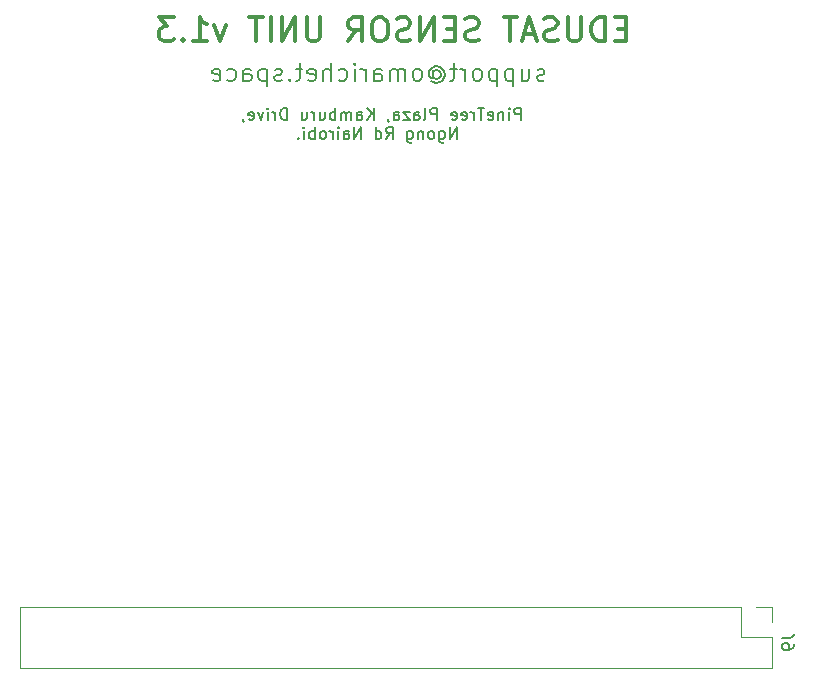
<source format=gbr>
%TF.GenerationSoftware,KiCad,Pcbnew,(6.0.7)*%
%TF.CreationDate,2023-02-02T11:58:54+03:00*%
%TF.ProjectId,Omarichet Sensor Shield 1.3,4f6d6172-6963-4686-9574-2053656e736f,rev?*%
%TF.SameCoordinates,Original*%
%TF.FileFunction,Legend,Bot*%
%TF.FilePolarity,Positive*%
%FSLAX46Y46*%
G04 Gerber Fmt 4.6, Leading zero omitted, Abs format (unit mm)*
G04 Created by KiCad (PCBNEW (6.0.7)) date 2023-02-02 11:58:54*
%MOMM*%
%LPD*%
G01*
G04 APERTURE LIST*
%ADD10C,0.300000*%
%ADD11C,0.150000*%
%ADD12C,0.120000*%
G04 APERTURE END LIST*
D10*
X148614285Y-79337142D02*
X147947619Y-79337142D01*
X147661904Y-80384761D02*
X148614285Y-80384761D01*
X148614285Y-78384761D01*
X147661904Y-78384761D01*
X146804761Y-80384761D02*
X146804761Y-78384761D01*
X146328571Y-78384761D01*
X146042857Y-78480000D01*
X145852380Y-78670476D01*
X145757142Y-78860952D01*
X145661904Y-79241904D01*
X145661904Y-79527619D01*
X145757142Y-79908571D01*
X145852380Y-80099047D01*
X146042857Y-80289523D01*
X146328571Y-80384761D01*
X146804761Y-80384761D01*
X144804761Y-78384761D02*
X144804761Y-80003809D01*
X144709523Y-80194285D01*
X144614285Y-80289523D01*
X144423809Y-80384761D01*
X144042857Y-80384761D01*
X143852380Y-80289523D01*
X143757142Y-80194285D01*
X143661904Y-80003809D01*
X143661904Y-78384761D01*
X142804761Y-80289523D02*
X142519047Y-80384761D01*
X142042857Y-80384761D01*
X141852380Y-80289523D01*
X141757142Y-80194285D01*
X141661904Y-80003809D01*
X141661904Y-79813333D01*
X141757142Y-79622857D01*
X141852380Y-79527619D01*
X142042857Y-79432380D01*
X142423809Y-79337142D01*
X142614285Y-79241904D01*
X142709523Y-79146666D01*
X142804761Y-78956190D01*
X142804761Y-78765714D01*
X142709523Y-78575238D01*
X142614285Y-78480000D01*
X142423809Y-78384761D01*
X141947619Y-78384761D01*
X141661904Y-78480000D01*
X140900000Y-79813333D02*
X139947619Y-79813333D01*
X141090476Y-80384761D02*
X140423809Y-78384761D01*
X139757142Y-80384761D01*
X139376190Y-78384761D02*
X138233333Y-78384761D01*
X138804761Y-80384761D02*
X138804761Y-78384761D01*
X136138095Y-80289523D02*
X135852380Y-80384761D01*
X135376190Y-80384761D01*
X135185714Y-80289523D01*
X135090476Y-80194285D01*
X134995238Y-80003809D01*
X134995238Y-79813333D01*
X135090476Y-79622857D01*
X135185714Y-79527619D01*
X135376190Y-79432380D01*
X135757142Y-79337142D01*
X135947619Y-79241904D01*
X136042857Y-79146666D01*
X136138095Y-78956190D01*
X136138095Y-78765714D01*
X136042857Y-78575238D01*
X135947619Y-78480000D01*
X135757142Y-78384761D01*
X135280952Y-78384761D01*
X134995238Y-78480000D01*
X134138095Y-79337142D02*
X133471428Y-79337142D01*
X133185714Y-80384761D02*
X134138095Y-80384761D01*
X134138095Y-78384761D01*
X133185714Y-78384761D01*
X132328571Y-80384761D02*
X132328571Y-78384761D01*
X131185714Y-80384761D01*
X131185714Y-78384761D01*
X130328571Y-80289523D02*
X130042857Y-80384761D01*
X129566666Y-80384761D01*
X129376190Y-80289523D01*
X129280952Y-80194285D01*
X129185714Y-80003809D01*
X129185714Y-79813333D01*
X129280952Y-79622857D01*
X129376190Y-79527619D01*
X129566666Y-79432380D01*
X129947619Y-79337142D01*
X130138095Y-79241904D01*
X130233333Y-79146666D01*
X130328571Y-78956190D01*
X130328571Y-78765714D01*
X130233333Y-78575238D01*
X130138095Y-78480000D01*
X129947619Y-78384761D01*
X129471428Y-78384761D01*
X129185714Y-78480000D01*
X127947619Y-78384761D02*
X127566666Y-78384761D01*
X127376190Y-78480000D01*
X127185714Y-78670476D01*
X127090476Y-79051428D01*
X127090476Y-79718095D01*
X127185714Y-80099047D01*
X127376190Y-80289523D01*
X127566666Y-80384761D01*
X127947619Y-80384761D01*
X128138095Y-80289523D01*
X128328571Y-80099047D01*
X128423809Y-79718095D01*
X128423809Y-79051428D01*
X128328571Y-78670476D01*
X128138095Y-78480000D01*
X127947619Y-78384761D01*
X125090476Y-80384761D02*
X125757142Y-79432380D01*
X126233333Y-80384761D02*
X126233333Y-78384761D01*
X125471428Y-78384761D01*
X125280952Y-78480000D01*
X125185714Y-78575238D01*
X125090476Y-78765714D01*
X125090476Y-79051428D01*
X125185714Y-79241904D01*
X125280952Y-79337142D01*
X125471428Y-79432380D01*
X126233333Y-79432380D01*
X122709523Y-78384761D02*
X122709523Y-80003809D01*
X122614285Y-80194285D01*
X122519047Y-80289523D01*
X122328571Y-80384761D01*
X121947619Y-80384761D01*
X121757142Y-80289523D01*
X121661904Y-80194285D01*
X121566666Y-80003809D01*
X121566666Y-78384761D01*
X120614285Y-80384761D02*
X120614285Y-78384761D01*
X119471428Y-80384761D01*
X119471428Y-78384761D01*
X118519047Y-80384761D02*
X118519047Y-78384761D01*
X117852380Y-78384761D02*
X116709523Y-78384761D01*
X117280952Y-80384761D02*
X117280952Y-78384761D01*
X114709523Y-79051428D02*
X114233333Y-80384761D01*
X113757142Y-79051428D01*
X111947619Y-80384761D02*
X113090476Y-80384761D01*
X112519047Y-80384761D02*
X112519047Y-78384761D01*
X112709523Y-78670476D01*
X112900000Y-78860952D01*
X113090476Y-78956190D01*
X111090476Y-80194285D02*
X110995238Y-80289523D01*
X111090476Y-80384761D01*
X111185714Y-80289523D01*
X111090476Y-80194285D01*
X111090476Y-80384761D01*
X110328571Y-78384761D02*
X109090476Y-78384761D01*
X109757142Y-79146666D01*
X109471428Y-79146666D01*
X109280952Y-79241904D01*
X109185714Y-79337142D01*
X109090476Y-79527619D01*
X109090476Y-80003809D01*
X109185714Y-80194285D01*
X109280952Y-80289523D01*
X109471428Y-80384761D01*
X110042857Y-80384761D01*
X110233333Y-80289523D01*
X110328571Y-80194285D01*
D11*
X139702857Y-87057380D02*
X139702857Y-86057380D01*
X139321904Y-86057380D01*
X139226666Y-86105000D01*
X139179047Y-86152619D01*
X139131428Y-86247857D01*
X139131428Y-86390714D01*
X139179047Y-86485952D01*
X139226666Y-86533571D01*
X139321904Y-86581190D01*
X139702857Y-86581190D01*
X138702857Y-87057380D02*
X138702857Y-86390714D01*
X138702857Y-86057380D02*
X138750476Y-86105000D01*
X138702857Y-86152619D01*
X138655238Y-86105000D01*
X138702857Y-86057380D01*
X138702857Y-86152619D01*
X138226666Y-86390714D02*
X138226666Y-87057380D01*
X138226666Y-86485952D02*
X138179047Y-86438333D01*
X138083809Y-86390714D01*
X137940952Y-86390714D01*
X137845714Y-86438333D01*
X137798095Y-86533571D01*
X137798095Y-87057380D01*
X136940952Y-87009761D02*
X137036190Y-87057380D01*
X137226666Y-87057380D01*
X137321904Y-87009761D01*
X137369523Y-86914523D01*
X137369523Y-86533571D01*
X137321904Y-86438333D01*
X137226666Y-86390714D01*
X137036190Y-86390714D01*
X136940952Y-86438333D01*
X136893333Y-86533571D01*
X136893333Y-86628809D01*
X137369523Y-86724047D01*
X136607619Y-86057380D02*
X136036190Y-86057380D01*
X136321904Y-87057380D02*
X136321904Y-86057380D01*
X135702857Y-87057380D02*
X135702857Y-86390714D01*
X135702857Y-86581190D02*
X135655238Y-86485952D01*
X135607619Y-86438333D01*
X135512380Y-86390714D01*
X135417142Y-86390714D01*
X134702857Y-87009761D02*
X134798095Y-87057380D01*
X134988571Y-87057380D01*
X135083809Y-87009761D01*
X135131428Y-86914523D01*
X135131428Y-86533571D01*
X135083809Y-86438333D01*
X134988571Y-86390714D01*
X134798095Y-86390714D01*
X134702857Y-86438333D01*
X134655238Y-86533571D01*
X134655238Y-86628809D01*
X135131428Y-86724047D01*
X133845714Y-87009761D02*
X133940952Y-87057380D01*
X134131428Y-87057380D01*
X134226666Y-87009761D01*
X134274285Y-86914523D01*
X134274285Y-86533571D01*
X134226666Y-86438333D01*
X134131428Y-86390714D01*
X133940952Y-86390714D01*
X133845714Y-86438333D01*
X133798095Y-86533571D01*
X133798095Y-86628809D01*
X134274285Y-86724047D01*
X132607619Y-87057380D02*
X132607619Y-86057380D01*
X132226666Y-86057380D01*
X132131428Y-86105000D01*
X132083809Y-86152619D01*
X132036190Y-86247857D01*
X132036190Y-86390714D01*
X132083809Y-86485952D01*
X132131428Y-86533571D01*
X132226666Y-86581190D01*
X132607619Y-86581190D01*
X131464761Y-87057380D02*
X131559999Y-87009761D01*
X131607619Y-86914523D01*
X131607619Y-86057380D01*
X130655238Y-87057380D02*
X130655238Y-86533571D01*
X130702857Y-86438333D01*
X130798095Y-86390714D01*
X130988571Y-86390714D01*
X131083809Y-86438333D01*
X130655238Y-87009761D02*
X130750476Y-87057380D01*
X130988571Y-87057380D01*
X131083809Y-87009761D01*
X131131428Y-86914523D01*
X131131428Y-86819285D01*
X131083809Y-86724047D01*
X130988571Y-86676428D01*
X130750476Y-86676428D01*
X130655238Y-86628809D01*
X130274285Y-86390714D02*
X129750476Y-86390714D01*
X130274285Y-87057380D01*
X129750476Y-87057380D01*
X128940952Y-87057380D02*
X128940952Y-86533571D01*
X128988571Y-86438333D01*
X129083809Y-86390714D01*
X129274285Y-86390714D01*
X129369523Y-86438333D01*
X128940952Y-87009761D02*
X129036190Y-87057380D01*
X129274285Y-87057380D01*
X129369523Y-87009761D01*
X129417142Y-86914523D01*
X129417142Y-86819285D01*
X129369523Y-86724047D01*
X129274285Y-86676428D01*
X129036190Y-86676428D01*
X128940952Y-86628809D01*
X128417142Y-87009761D02*
X128417142Y-87057380D01*
X128464761Y-87152619D01*
X128512380Y-87200238D01*
X127226666Y-87057380D02*
X127226666Y-86057380D01*
X126655238Y-87057380D02*
X127083809Y-86485952D01*
X126655238Y-86057380D02*
X127226666Y-86628809D01*
X125798095Y-87057380D02*
X125798095Y-86533571D01*
X125845714Y-86438333D01*
X125940952Y-86390714D01*
X126131428Y-86390714D01*
X126226666Y-86438333D01*
X125798095Y-87009761D02*
X125893333Y-87057380D01*
X126131428Y-87057380D01*
X126226666Y-87009761D01*
X126274285Y-86914523D01*
X126274285Y-86819285D01*
X126226666Y-86724047D01*
X126131428Y-86676428D01*
X125893333Y-86676428D01*
X125798095Y-86628809D01*
X125321904Y-87057380D02*
X125321904Y-86390714D01*
X125321904Y-86485952D02*
X125274285Y-86438333D01*
X125179047Y-86390714D01*
X125036190Y-86390714D01*
X124940952Y-86438333D01*
X124893333Y-86533571D01*
X124893333Y-87057380D01*
X124893333Y-86533571D02*
X124845714Y-86438333D01*
X124750476Y-86390714D01*
X124607619Y-86390714D01*
X124512380Y-86438333D01*
X124464761Y-86533571D01*
X124464761Y-87057380D01*
X123988571Y-87057380D02*
X123988571Y-86057380D01*
X123988571Y-86438333D02*
X123893333Y-86390714D01*
X123702857Y-86390714D01*
X123607619Y-86438333D01*
X123559999Y-86485952D01*
X123512380Y-86581190D01*
X123512380Y-86866904D01*
X123559999Y-86962142D01*
X123607619Y-87009761D01*
X123702857Y-87057380D01*
X123893333Y-87057380D01*
X123988571Y-87009761D01*
X122655238Y-86390714D02*
X122655238Y-87057380D01*
X123083809Y-86390714D02*
X123083809Y-86914523D01*
X123036190Y-87009761D01*
X122940952Y-87057380D01*
X122798095Y-87057380D01*
X122702857Y-87009761D01*
X122655238Y-86962142D01*
X122179047Y-87057380D02*
X122179047Y-86390714D01*
X122179047Y-86581190D02*
X122131428Y-86485952D01*
X122083809Y-86438333D01*
X121988571Y-86390714D01*
X121893333Y-86390714D01*
X121131428Y-86390714D02*
X121131428Y-87057380D01*
X121559999Y-86390714D02*
X121559999Y-86914523D01*
X121512380Y-87009761D01*
X121417142Y-87057380D01*
X121274285Y-87057380D01*
X121179047Y-87009761D01*
X121131428Y-86962142D01*
X119893333Y-87057380D02*
X119893333Y-86057380D01*
X119655238Y-86057380D01*
X119512380Y-86105000D01*
X119417142Y-86200238D01*
X119369523Y-86295476D01*
X119321904Y-86485952D01*
X119321904Y-86628809D01*
X119369523Y-86819285D01*
X119417142Y-86914523D01*
X119512380Y-87009761D01*
X119655238Y-87057380D01*
X119893333Y-87057380D01*
X118893333Y-87057380D02*
X118893333Y-86390714D01*
X118893333Y-86581190D02*
X118845714Y-86485952D01*
X118798095Y-86438333D01*
X118702857Y-86390714D01*
X118607619Y-86390714D01*
X118274285Y-87057380D02*
X118274285Y-86390714D01*
X118274285Y-86057380D02*
X118321904Y-86105000D01*
X118274285Y-86152619D01*
X118226666Y-86105000D01*
X118274285Y-86057380D01*
X118274285Y-86152619D01*
X117893333Y-86390714D02*
X117655238Y-87057380D01*
X117417142Y-86390714D01*
X116655238Y-87009761D02*
X116750476Y-87057380D01*
X116940952Y-87057380D01*
X117036190Y-87009761D01*
X117083809Y-86914523D01*
X117083809Y-86533571D01*
X117036190Y-86438333D01*
X116940952Y-86390714D01*
X116750476Y-86390714D01*
X116655238Y-86438333D01*
X116607619Y-86533571D01*
X116607619Y-86628809D01*
X117083809Y-86724047D01*
X116131428Y-87009761D02*
X116131428Y-87057380D01*
X116179047Y-87152619D01*
X116226666Y-87200238D01*
X134274285Y-88667380D02*
X134274285Y-87667380D01*
X133702857Y-88667380D01*
X133702857Y-87667380D01*
X132798095Y-88000714D02*
X132798095Y-88810238D01*
X132845714Y-88905476D01*
X132893333Y-88953095D01*
X132988571Y-89000714D01*
X133131428Y-89000714D01*
X133226666Y-88953095D01*
X132798095Y-88619761D02*
X132893333Y-88667380D01*
X133083809Y-88667380D01*
X133179047Y-88619761D01*
X133226666Y-88572142D01*
X133274285Y-88476904D01*
X133274285Y-88191190D01*
X133226666Y-88095952D01*
X133179047Y-88048333D01*
X133083809Y-88000714D01*
X132893333Y-88000714D01*
X132798095Y-88048333D01*
X132179047Y-88667380D02*
X132274285Y-88619761D01*
X132321904Y-88572142D01*
X132369523Y-88476904D01*
X132369523Y-88191190D01*
X132321904Y-88095952D01*
X132274285Y-88048333D01*
X132179047Y-88000714D01*
X132036190Y-88000714D01*
X131940952Y-88048333D01*
X131893333Y-88095952D01*
X131845714Y-88191190D01*
X131845714Y-88476904D01*
X131893333Y-88572142D01*
X131940952Y-88619761D01*
X132036190Y-88667380D01*
X132179047Y-88667380D01*
X131417142Y-88000714D02*
X131417142Y-88667380D01*
X131417142Y-88095952D02*
X131369523Y-88048333D01*
X131274285Y-88000714D01*
X131131428Y-88000714D01*
X131036190Y-88048333D01*
X130988571Y-88143571D01*
X130988571Y-88667380D01*
X130083809Y-88000714D02*
X130083809Y-88810238D01*
X130131428Y-88905476D01*
X130179047Y-88953095D01*
X130274285Y-89000714D01*
X130417142Y-89000714D01*
X130512380Y-88953095D01*
X130083809Y-88619761D02*
X130179047Y-88667380D01*
X130369523Y-88667380D01*
X130464761Y-88619761D01*
X130512380Y-88572142D01*
X130560000Y-88476904D01*
X130560000Y-88191190D01*
X130512380Y-88095952D01*
X130464761Y-88048333D01*
X130369523Y-88000714D01*
X130179047Y-88000714D01*
X130083809Y-88048333D01*
X128274285Y-88667380D02*
X128607619Y-88191190D01*
X128845714Y-88667380D02*
X128845714Y-87667380D01*
X128464761Y-87667380D01*
X128369523Y-87715000D01*
X128321904Y-87762619D01*
X128274285Y-87857857D01*
X128274285Y-88000714D01*
X128321904Y-88095952D01*
X128369523Y-88143571D01*
X128464761Y-88191190D01*
X128845714Y-88191190D01*
X127417142Y-88667380D02*
X127417142Y-87667380D01*
X127417142Y-88619761D02*
X127512380Y-88667380D01*
X127702857Y-88667380D01*
X127798095Y-88619761D01*
X127845714Y-88572142D01*
X127893333Y-88476904D01*
X127893333Y-88191190D01*
X127845714Y-88095952D01*
X127798095Y-88048333D01*
X127702857Y-88000714D01*
X127512380Y-88000714D01*
X127417142Y-88048333D01*
X126179047Y-88667380D02*
X126179047Y-87667380D01*
X125607619Y-88667380D01*
X125607619Y-87667380D01*
X124702857Y-88667380D02*
X124702857Y-88143571D01*
X124750476Y-88048333D01*
X124845714Y-88000714D01*
X125036190Y-88000714D01*
X125131428Y-88048333D01*
X124702857Y-88619761D02*
X124798095Y-88667380D01*
X125036190Y-88667380D01*
X125131428Y-88619761D01*
X125179047Y-88524523D01*
X125179047Y-88429285D01*
X125131428Y-88334047D01*
X125036190Y-88286428D01*
X124798095Y-88286428D01*
X124702857Y-88238809D01*
X124226666Y-88667380D02*
X124226666Y-88000714D01*
X124226666Y-87667380D02*
X124274285Y-87715000D01*
X124226666Y-87762619D01*
X124179047Y-87715000D01*
X124226666Y-87667380D01*
X124226666Y-87762619D01*
X123750476Y-88667380D02*
X123750476Y-88000714D01*
X123750476Y-88191190D02*
X123702857Y-88095952D01*
X123655238Y-88048333D01*
X123560000Y-88000714D01*
X123464761Y-88000714D01*
X122988571Y-88667380D02*
X123083809Y-88619761D01*
X123131428Y-88572142D01*
X123179047Y-88476904D01*
X123179047Y-88191190D01*
X123131428Y-88095952D01*
X123083809Y-88048333D01*
X122988571Y-88000714D01*
X122845714Y-88000714D01*
X122750476Y-88048333D01*
X122702857Y-88095952D01*
X122655238Y-88191190D01*
X122655238Y-88476904D01*
X122702857Y-88572142D01*
X122750476Y-88619761D01*
X122845714Y-88667380D01*
X122988571Y-88667380D01*
X122226666Y-88667380D02*
X122226666Y-87667380D01*
X122226666Y-88048333D02*
X122131428Y-88000714D01*
X121940952Y-88000714D01*
X121845714Y-88048333D01*
X121798095Y-88095952D01*
X121750476Y-88191190D01*
X121750476Y-88476904D01*
X121798095Y-88572142D01*
X121845714Y-88619761D01*
X121940952Y-88667380D01*
X122131428Y-88667380D01*
X122226666Y-88619761D01*
X121321904Y-88667380D02*
X121321904Y-88000714D01*
X121321904Y-87667380D02*
X121369523Y-87715000D01*
X121321904Y-87762619D01*
X121274285Y-87715000D01*
X121321904Y-87667380D01*
X121321904Y-87762619D01*
X120845714Y-88572142D02*
X120798095Y-88619761D01*
X120845714Y-88667380D01*
X120893333Y-88619761D01*
X120845714Y-88572142D01*
X120845714Y-88667380D01*
X141691428Y-83657142D02*
X141548571Y-83728571D01*
X141262857Y-83728571D01*
X141120000Y-83657142D01*
X141048571Y-83514285D01*
X141048571Y-83442857D01*
X141120000Y-83300000D01*
X141262857Y-83228571D01*
X141477142Y-83228571D01*
X141620000Y-83157142D01*
X141691428Y-83014285D01*
X141691428Y-82942857D01*
X141620000Y-82800000D01*
X141477142Y-82728571D01*
X141262857Y-82728571D01*
X141120000Y-82800000D01*
X139762857Y-82728571D02*
X139762857Y-83728571D01*
X140405714Y-82728571D02*
X140405714Y-83514285D01*
X140334285Y-83657142D01*
X140191428Y-83728571D01*
X139977142Y-83728571D01*
X139834285Y-83657142D01*
X139762857Y-83585714D01*
X139048571Y-82728571D02*
X139048571Y-84228571D01*
X139048571Y-82800000D02*
X138905714Y-82728571D01*
X138620000Y-82728571D01*
X138477142Y-82800000D01*
X138405714Y-82871428D01*
X138334285Y-83014285D01*
X138334285Y-83442857D01*
X138405714Y-83585714D01*
X138477142Y-83657142D01*
X138620000Y-83728571D01*
X138905714Y-83728571D01*
X139048571Y-83657142D01*
X137691428Y-82728571D02*
X137691428Y-84228571D01*
X137691428Y-82800000D02*
X137548571Y-82728571D01*
X137262857Y-82728571D01*
X137120000Y-82800000D01*
X137048571Y-82871428D01*
X136977142Y-83014285D01*
X136977142Y-83442857D01*
X137048571Y-83585714D01*
X137120000Y-83657142D01*
X137262857Y-83728571D01*
X137548571Y-83728571D01*
X137691428Y-83657142D01*
X136120000Y-83728571D02*
X136262857Y-83657142D01*
X136334285Y-83585714D01*
X136405714Y-83442857D01*
X136405714Y-83014285D01*
X136334285Y-82871428D01*
X136262857Y-82800000D01*
X136120000Y-82728571D01*
X135905714Y-82728571D01*
X135762857Y-82800000D01*
X135691428Y-82871428D01*
X135620000Y-83014285D01*
X135620000Y-83442857D01*
X135691428Y-83585714D01*
X135762857Y-83657142D01*
X135905714Y-83728571D01*
X136120000Y-83728571D01*
X134977142Y-83728571D02*
X134977142Y-82728571D01*
X134977142Y-83014285D02*
X134905714Y-82871428D01*
X134834285Y-82800000D01*
X134691428Y-82728571D01*
X134548571Y-82728571D01*
X134262857Y-82728571D02*
X133691428Y-82728571D01*
X134048571Y-82228571D02*
X134048571Y-83514285D01*
X133977142Y-83657142D01*
X133834285Y-83728571D01*
X133691428Y-83728571D01*
X132262857Y-83014285D02*
X132334285Y-82942857D01*
X132477142Y-82871428D01*
X132620000Y-82871428D01*
X132762857Y-82942857D01*
X132834285Y-83014285D01*
X132905714Y-83157142D01*
X132905714Y-83300000D01*
X132834285Y-83442857D01*
X132762857Y-83514285D01*
X132620000Y-83585714D01*
X132477142Y-83585714D01*
X132334285Y-83514285D01*
X132262857Y-83442857D01*
X132262857Y-82871428D02*
X132262857Y-83442857D01*
X132191428Y-83514285D01*
X132120000Y-83514285D01*
X131977142Y-83442857D01*
X131905714Y-83300000D01*
X131905714Y-82942857D01*
X132048571Y-82728571D01*
X132262857Y-82585714D01*
X132548571Y-82514285D01*
X132834285Y-82585714D01*
X133048571Y-82728571D01*
X133191428Y-82942857D01*
X133262857Y-83228571D01*
X133191428Y-83514285D01*
X133048571Y-83728571D01*
X132834285Y-83871428D01*
X132548571Y-83942857D01*
X132262857Y-83871428D01*
X132048571Y-83728571D01*
X131048571Y-83728571D02*
X131191428Y-83657142D01*
X131262857Y-83585714D01*
X131334285Y-83442857D01*
X131334285Y-83014285D01*
X131262857Y-82871428D01*
X131191428Y-82800000D01*
X131048571Y-82728571D01*
X130834285Y-82728571D01*
X130691428Y-82800000D01*
X130620000Y-82871428D01*
X130548571Y-83014285D01*
X130548571Y-83442857D01*
X130620000Y-83585714D01*
X130691428Y-83657142D01*
X130834285Y-83728571D01*
X131048571Y-83728571D01*
X129905714Y-83728571D02*
X129905714Y-82728571D01*
X129905714Y-82871428D02*
X129834285Y-82800000D01*
X129691428Y-82728571D01*
X129477142Y-82728571D01*
X129334285Y-82800000D01*
X129262857Y-82942857D01*
X129262857Y-83728571D01*
X129262857Y-82942857D02*
X129191428Y-82800000D01*
X129048571Y-82728571D01*
X128834285Y-82728571D01*
X128691428Y-82800000D01*
X128620000Y-82942857D01*
X128620000Y-83728571D01*
X127262857Y-83728571D02*
X127262857Y-82942857D01*
X127334285Y-82800000D01*
X127477142Y-82728571D01*
X127762857Y-82728571D01*
X127905714Y-82800000D01*
X127262857Y-83657142D02*
X127405714Y-83728571D01*
X127762857Y-83728571D01*
X127905714Y-83657142D01*
X127977142Y-83514285D01*
X127977142Y-83371428D01*
X127905714Y-83228571D01*
X127762857Y-83157142D01*
X127405714Y-83157142D01*
X127262857Y-83085714D01*
X126548571Y-83728571D02*
X126548571Y-82728571D01*
X126548571Y-83014285D02*
X126477142Y-82871428D01*
X126405714Y-82800000D01*
X126262857Y-82728571D01*
X126120000Y-82728571D01*
X125620000Y-83728571D02*
X125620000Y-82728571D01*
X125620000Y-82228571D02*
X125691428Y-82300000D01*
X125620000Y-82371428D01*
X125548571Y-82300000D01*
X125620000Y-82228571D01*
X125620000Y-82371428D01*
X124262857Y-83657142D02*
X124405714Y-83728571D01*
X124691428Y-83728571D01*
X124834285Y-83657142D01*
X124905714Y-83585714D01*
X124977142Y-83442857D01*
X124977142Y-83014285D01*
X124905714Y-82871428D01*
X124834285Y-82800000D01*
X124691428Y-82728571D01*
X124405714Y-82728571D01*
X124262857Y-82800000D01*
X123620000Y-83728571D02*
X123620000Y-82228571D01*
X122977142Y-83728571D02*
X122977142Y-82942857D01*
X123048571Y-82800000D01*
X123191428Y-82728571D01*
X123405714Y-82728571D01*
X123548571Y-82800000D01*
X123620000Y-82871428D01*
X121691428Y-83657142D02*
X121834285Y-83728571D01*
X122120000Y-83728571D01*
X122262857Y-83657142D01*
X122334285Y-83514285D01*
X122334285Y-82942857D01*
X122262857Y-82800000D01*
X122120000Y-82728571D01*
X121834285Y-82728571D01*
X121691428Y-82800000D01*
X121620000Y-82942857D01*
X121620000Y-83085714D01*
X122334285Y-83228571D01*
X121191428Y-82728571D02*
X120620000Y-82728571D01*
X120977142Y-82228571D02*
X120977142Y-83514285D01*
X120905714Y-83657142D01*
X120762857Y-83728571D01*
X120620000Y-83728571D01*
X120120000Y-83585714D02*
X120048571Y-83657142D01*
X120120000Y-83728571D01*
X120191428Y-83657142D01*
X120120000Y-83585714D01*
X120120000Y-83728571D01*
X119477142Y-83657142D02*
X119334285Y-83728571D01*
X119048571Y-83728571D01*
X118905714Y-83657142D01*
X118834285Y-83514285D01*
X118834285Y-83442857D01*
X118905714Y-83300000D01*
X119048571Y-83228571D01*
X119262857Y-83228571D01*
X119405714Y-83157142D01*
X119477142Y-83014285D01*
X119477142Y-82942857D01*
X119405714Y-82800000D01*
X119262857Y-82728571D01*
X119048571Y-82728571D01*
X118905714Y-82800000D01*
X118191428Y-82728571D02*
X118191428Y-84228571D01*
X118191428Y-82800000D02*
X118048571Y-82728571D01*
X117762857Y-82728571D01*
X117620000Y-82800000D01*
X117548571Y-82871428D01*
X117477142Y-83014285D01*
X117477142Y-83442857D01*
X117548571Y-83585714D01*
X117620000Y-83657142D01*
X117762857Y-83728571D01*
X118048571Y-83728571D01*
X118191428Y-83657142D01*
X116191428Y-83728571D02*
X116191428Y-82942857D01*
X116262857Y-82800000D01*
X116405714Y-82728571D01*
X116691428Y-82728571D01*
X116834285Y-82800000D01*
X116191428Y-83657142D02*
X116334285Y-83728571D01*
X116691428Y-83728571D01*
X116834285Y-83657142D01*
X116905714Y-83514285D01*
X116905714Y-83371428D01*
X116834285Y-83228571D01*
X116691428Y-83157142D01*
X116334285Y-83157142D01*
X116191428Y-83085714D01*
X114834285Y-83657142D02*
X114977142Y-83728571D01*
X115262857Y-83728571D01*
X115405714Y-83657142D01*
X115477142Y-83585714D01*
X115548571Y-83442857D01*
X115548571Y-83014285D01*
X115477142Y-82871428D01*
X115405714Y-82800000D01*
X115262857Y-82728571D01*
X114977142Y-82728571D01*
X114834285Y-82800000D01*
X113619999Y-83657142D02*
X113762857Y-83728571D01*
X114048571Y-83728571D01*
X114191428Y-83657142D01*
X114262857Y-83514285D01*
X114262857Y-82942857D01*
X114191428Y-82800000D01*
X114048571Y-82728571D01*
X113762857Y-82728571D01*
X113619999Y-82800000D01*
X113548571Y-82942857D01*
X113548571Y-83085714D01*
X114262857Y-83228571D01*
%TO.C,J9*%
X161812380Y-130926666D02*
X162526666Y-130926666D01*
X162669523Y-130879047D01*
X162764761Y-130783809D01*
X162812380Y-130640952D01*
X162812380Y-130545714D01*
X162812380Y-131450476D02*
X162812380Y-131640952D01*
X162764761Y-131736190D01*
X162717142Y-131783809D01*
X162574285Y-131879047D01*
X162383809Y-131926666D01*
X162002857Y-131926666D01*
X161907619Y-131879047D01*
X161860000Y-131831428D01*
X161812380Y-131736190D01*
X161812380Y-131545714D01*
X161860000Y-131450476D01*
X161907619Y-131402857D01*
X162002857Y-131355238D01*
X162240952Y-131355238D01*
X162336190Y-131402857D01*
X162383809Y-131450476D01*
X162431428Y-131545714D01*
X162431428Y-131736190D01*
X162383809Y-131831428D01*
X162336190Y-131879047D01*
X162240952Y-131926666D01*
D12*
X160920000Y-130860000D02*
X158320000Y-130860000D01*
X97300000Y-133460000D02*
X97300000Y-128260000D01*
X158320000Y-130860000D02*
X158320000Y-128260000D01*
X160920000Y-133460000D02*
X160920000Y-130860000D01*
X158320000Y-128260000D02*
X97300000Y-128260000D01*
X160920000Y-128260000D02*
X159590000Y-128260000D01*
X160920000Y-133460000D02*
X97300000Y-133460000D01*
X160920000Y-129590000D02*
X160920000Y-128260000D01*
%TD*%
M02*

</source>
